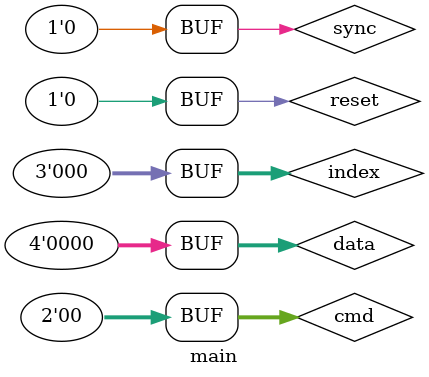
<source format=sv>
module rs_trigger (
    input wire r,
    input wire s,
    output wire q,
    output wire neg_q
);
    wire n1, n2;
    nor(q, neg_q, r);
    nor(neg_q, q, s);
endmodule

module sync_rs_trigger (
    input wire r,
    input wire sync,
    input wire s,
    output wire q,
    output wire neg_q
);
    wire new_r;
    and(new_r, r, sync);
    
    wire new_s;
    and(new_s, s, sync);

    rs_trigger rs_inst (.r(new_r), .s(new_s), .q(q), .neg_q(neg_q));
endmodule

module d_trigger (
    input wire d,
    input wire sync,
    output wire q
);
    wire not_d;
    
    not(not_d, d);

    wire neg_q;

    sync_rs_trigger sync_inst (.r(not_d), .sync(sync), .s(d), .q(q), .neg_q(neg_q));

endmodule

module d_2_bits_trigger (
    input wire reset,
    input wire sync,
    input wire [1:0] d,
    output wire [1:0] q
);
    
    wire new_sync;
    
    or(new_sync, reset, sync);

    wire not_reset;
    not(not_reset, reset);

    wire [1:0] extend_reset;
    
    assign extend_reset = {not_reset, not_reset};

    wire [1:0] new_d;

    and(new_d[0], d[0], extend_reset[0]);
    and(new_d[1], d[1], extend_reset[1]);


    d_trigger d0 (.d(new_d[0]), .sync(new_sync), .q(q[0]));
    
    d_trigger d1 (.d(new_d[1]), .sync(new_sync), .q(q[1]));

endmodule

module d_4_bits_trigger (
    input wire reset,
    input wire sync,
    input wire [3:0] d,
    output wire [3:0] q
);
    
    wire new_sync;
    
    or(new_sync, reset, sync);

    wire not_reset;
    not(not_reset, reset);

    wire [3:0] extend_reset;
    
    assign extend_reset = {not_reset, not_reset, not_reset, not_reset};

    wire [3:0] new_d;
    // and(new_d, extend_reset, d);
    and(new_d[0], d[0], extend_reset[0]);
    and(new_d[1], d[1], extend_reset[1]);
    and(new_d[2], d[2], extend_reset[2]);
    and(new_d[3], d[3], extend_reset[3]);


    d_trigger d0 (.d(new_d[0]), .sync(new_sync), .q(q[0]));
    
    d_trigger d1 (.d(new_d[1]), .sync(new_sync), .q(q[1]));
    
    d_trigger d2 (.d(new_d[2]), .sync(new_sync), .q(q[2]));

    d_trigger d3 (.d(new_d[3]), .sync(new_sync), .q(q[3]));

endmodule


module d_3_bits_trigger (
    input wire reset,
    input wire sync,
    input wire [2:0] d,
    output wire [2:0] q
);
    wire [3:0] extend_q;
    wire [3:0] extend_d = {1'b0, d[2], d[1], d[0]};
    d_4_bits_trigger trigger (
        .reset(reset),
        .sync(sync),
        .d(extend_d),
        .q(extend_q)
    );
    assign q[2:0] = {extend_q[2], extend_q[1], extend_q[0]};

endmodule


module dec_3_8 (
    input wire [2:0] a,
    output wire [7:0] q
);

    wire not_in0;
    wire not_in1;
    wire not_in2;
    not(not_in0, a[0]);
    not(not_in1, a[1]);
    not(not_in2, a[2]);

    and(q[0], not_in0, not_in1, not_in2);

    and(q[1], a[0], not_in1, not_in2);

    and(q[2], not_in0, a[1], not_in2);

    and(q[3], a[0], a[1], not_in2);

    and(q[4], not_in0, not_in01, a[2]);

    and(q[5], a[0], not_in01, a[2]);

    and(q[6], not_in0, a[1], a[2]);

    and(q[7], a[0], a[1], a[2]);

endmodule


module half_adder (
    input wire a,
    input wire b,
    output wire sum,
    output wire carry
);
    xor(sum, a, b);
    and(carry, a, b);
endmodule


module full_adder (
    input wire a,
    input wire b,
    input wire carry_in,
    output wire sum,
    output wire carry_out
);
    wire sum_half;
    wire carry_half1;
    wire carry_half2;

    half_adder HA1 (
        .a(a), 
        .b(b), 
        .sum(sum_half), 
        .carry(carry_half1)
    ); 
    half_adder HA2 (
        .a(sum_half), 
        .b(carry_in), 
        .sum(sum), 
        .carry(carry_half2)
    );
    or(carry_out, carry_half1, carry_half2);

endmodule


module three_bit_adder (
    input wire [2:0] a,
    input wire [2:0] b,
    output wire [3:0] s
);
    wire c1, c2;
    wire [2:0] sum;

    full_adder FA0 (
        .a(a[0]), 
        .b(b[0]), 
        .carry_in(1'b0), 
        .sum(sum[0]), 
        .carry_out(c1)
    );
    
    full_adder FA1 (
        .a(a[1]), 
        .b(b[1]), 
        .carry_in(c1), 
        .sum(sum[1]), 
        .carry_out(c2)
    );
    
    full_adder FA2 (
        .a(a[2]), 
        .b(b[2]), 
        .carry_in(c2), 
        .sum(sum[2]), 
        .carry_out(s[3])
    );

    assign s[2:0] = sum;

endmodule


module four_bit_adder (
    input wire [3:0] a,
    input wire [3:0] b,
    output wire [4:0] s
);
    wire c1, c2;
    wire [3:0] sum;

    three_bit_adder tba (
        .a({a[2], a[1], a[0]}), 
        .b({b[2], b[1], b[0]}), 
        .s(sum)
    );
    
    full_adder FA (
        .a(a[3]), 
        .b(b[3]), 
        .carry_in(sum[3]), 
        .sum(s[3]), 
        .carry_out(s[4])
    );

    assign s[2:0] = {sum[2], sum[1], sum[0]};

endmodule

// module mod5 (
//     input wire [3:0] a,
//     output wire [2:0] q
// );





// endmodule

module mod5 (
    input wire [3:0] a,   // 4-битный вход
    output wire [2:0] q    // 3-битный выход
);
    // always @(*) begin
    //     case (a)
    //         4'b0000: q = 3'b000; // 0 % 5 = 0
    //         4'b0001: q = 3'b001; // 1 % 5 = 1
    //         4'b0010: q = 3'b010; // 2 % 5 = 2
    //         4'b0011: q = 3'b011; // 3 % 5 = 3
    //         4'b0100: q = 3'b100; // 4 % 5 = 4
    //         4'b0101: q = 3'b000; // 5 % 5 = 0
    //         4'b0110: q = 3'b001; // 6 % 5 = 1
    //         4'b0111: q = 3'b010; // 7 % 5 = 2
    //         4'b1000: q = 3'b011; // 8 % 5 = 3
    //         4'b1001: q = 3'b100; // 9 % 5 = 4
    //         4'b1010: q = 3'b000; // 5 % 5 = 0
    //         4'b1011: q = 3'b001; // 6 % 5 = 1
    //         4'b1100: q = 3'b010; // 7 % 5 = 2
    //         4'b1101: q = 3'b011; // 8 % 5 = 3
    //         4'b1110: q = 3'b100; // 9 % 5 = 4
    //         4'b1111: q = 3'b000; // 9 % 5 = 0
    //     endcase
    // end

    assign q = {a[2], a[1], a[0]};
    

endmodule


module next_index (
    input wire [1:0] cmd,
    input wire sync,
    input wire [2:0] index,
    output wire [2:0] next_idx
);
    wire c0 = cmd[0];
    wire c1 = cmd[1];

    wire or_c0_c1;

    or(or_c0_c1, c0, c1);

    wire [3:0] cmd_val;

    and(cmd_val[0], or_c0_c1, c0);
    and(cmd_val[2], or_c0_c1, c1);

    assign cmd_val[1] = 1'b0;
    assign cmd_val[3] = 1'b0;

    wire [3:0] S;
    and(S[0], sync, cmd_val[0]);
    and(S[1], sync, cmd_val[1]);
    and(S[2], sync, cmd_val[2]);
    and(S[3], sync, cmd_val[3]);

    wire [2:0] S_mod_5;
    mod5 m1 (
        .a(S),
        .q(S_mod_5)
    );

    wire [3:0] extend_index;
    assign extend_index[3] = 1'b0;
    assign extend_index[2:0] = index;

    wire [2:0] index_mod_5;

    mod5 m0(
        .a(extend_index),
        .q(index_mod_5)
    );

    wire [3:0] sum;
    
    three_bit_adder tba (
        .a(index_mod_5),
        .b(S_mod_5),
        .s(sum)
    );

    mod5 m2 (
        .a(sum),
        .q(next_idx)
    );

endmodule



module current_index (
    input wire reset,
    input wire [1:0] cmd,
    input wire sync,
    output wire [2:0] q
);
    wire [2:0] next_idx;
    wire not_sync;

    not(not_sync, sync);

    wire [2:0] trigger1_out;

    d_3_bits_trigger trigger1 (
        .reset(reset),
        .sync(sync),
        .d(next_idx),
        .q(trigger1_out)
    );


    wire [2:0] trigger2_out;

    d_3_bits_trigger trigger2 (
        .reset(reset),
        .sync(not_sync),
        .d(trigger1_out),
        .q(trigger2_out)
    );


    next_index nxi (
        .cmd(cmd),
        .sync(sync),
        .index(trigger2_out),
        .next_idx(next_idx)
    );

    assign q = next_idx;


endmodule




module memory (
    input wire reset,
    input wire sync,
    input wire [1:0] cmd,
    input wire [2:0] index,
    input wire [3:0] data,
    output wire [3:0] q0,
    output wire [3:0] q1,
    output wire [3:0] q2,
    output wire [3:0] q3,
    output wire [3:0] q4,
    output wire [3:0] q
);

    wire c0 = cmd[0];
    wire c1 = cmd[1];

    wire not_c1;
    not(not_c1, c1);

    wire X;
    and(X, not_c1, c0);
    
    wire SYNC;
    and(SYNC, X, sync);

    wire [7:0] sync_extend;
    assign sync_extend[0] = SYNC;
    assign sync_extend[1] = SYNC;
    assign sync_extend[2] = SYNC;
    assign sync_extend[3] = SYNC;
    assign sync_extend[4] = SYNC;
    assign sync_extend[5] = SYNC;
    assign sync_extend[6] = SYNC;
    assign sync_extend[7] = SYNC;

    wire [7:0] idx_dec_8;

    dec_3_8 dec_3_8_1(
        .a(index),
        .q(idx_dec_8)
    );

    wire [7:0] data_sync;

    and(data_sync[0], sync_extend[0], idx_dec_8[0]);
    and(data_sync[1], sync_extend[1], idx_dec_8[1]);
    and(data_sync[2], sync_extend[2], idx_dec_8[2]);
    and(data_sync[3], sync_extend[3], idx_dec_8[3]);
    and(data_sync[4], sync_extend[4], idx_dec_8[4]);
    and(data_sync[5], sync_extend[5], idx_dec_8[5]);
    and(data_sync[6], sync_extend[6], idx_dec_8[6]);
    and(data_sync[7], sync_extend[7], idx_dec_8[7]);


    wire [3:0] data_0;

    d_4_bits_trigger trigger0 (
        .reset(reset),
        .sync(data_sync[0]),
        .d(data),
        .q(q0)
    );


    d_4_bits_trigger trigger1 (
        .reset(reset),
        .sync(data_sync[1]),
        .d(data),
        .q(q1)
    );


    d_4_bits_trigger trigger2 (
        .reset(reset),
        .sync(data_sync[2]),
        .d(data),
        .q(q2)
    );

    d_4_bits_trigger trigger3 (
        .reset(reset),
        .sync(data_sync[3]),
        .d(data),
        .q(q3)
    );

    d_4_bits_trigger trigger4 (
        .reset(reset),
        .sync(data_sync[4]),
        .d(data),
        .q(q4)
    );

    wire [3:0] extend_idx_0 = {idx_dec_8[0], idx_dec_8[0], idx_dec_8[0], idx_dec_8[0]};
    wire [3:0] extend_idx_1 = {idx_dec_8[1], idx_dec_8[1], idx_dec_8[1], idx_dec_8[1]};
    wire [3:0] extend_idx_2 = {idx_dec_8[2], idx_dec_8[2], idx_dec_8[2], idx_dec_8[2]};
    wire [3:0] extend_idx_3 = {idx_dec_8[3], idx_dec_8[3], idx_dec_8[3], idx_dec_8[3]};
    wire [3:0] extend_idx_4 = {idx_dec_8[4], idx_dec_8[4], idx_dec_8[4], idx_dec_8[4]};

    wire Q0; and(Q0, q0, extend_idx_0);
    wire Q1; and(Q1, q1, extend_idx_1);
    wire Q2; and(Q2, q2, extend_idx_2);
    wire Q3; and(Q3, q3, extend_idx_3);
    wire Q4; and(Q4, q4, extend_idx_4);

    assign q = Q0 | Q1 | Q2 | Q3 | Q4;


endmodule

module shift_index (
    input wire [1:0] cmd,
    input wire sync,
    input wire [2:0] curr_index,
    input wire [2:0] index,
    output wire [2:0] q
);
    wire c0 = cmd[0];
    wire c1 = cmd[1];

    wire c0_c1_and;
    and(c0_c1_and, c0, c1);

    wire c0_c1_xor;
    xor(c0_c1_xor, c0, c1);

    wire [1:0] cmd_to_next_idx = 2'b00;

    and(cmd_to_next_idx[0], c1, c0_c1_xor);

    wire [2:0] next_idx;

    next_index ni(
        .cmd(cmd_to_next_idx),
        .sync(sync),
        .index(curr_index),
        .next_idx(next_idx)
    );

    wire sync_cmd_and;
    and(sync_cmd_and, c0, c1, sync);

    wire [2:0] extend_sync_cmd_and = {sync_cmd_and, sync_cmd_and, sync_cmd_and};

    wire [2:0] shift_idx;
    assign shift_idx = index & extend_sync_cmd_and;

    wire [3:0] sum;

    three_bit_adder tba(
        .a(next_idx),
        .b(shift_idx),
        .s(sum)
    );

    mod5 m5(
        .a(sum),
        .q(q)
    );

    
endmodule


module my_stack (
    input wire reset,
    input wire [1:0] cmd,
    input wire sync,
    input wire [2:0] index,
    input wire [3:0] data,
    output wire [3:0] d0,
    output wire [3:0] d1,
    output wire [3:0] d2,
    output wire [3:0] d3,
    output wire [3:0] d4,
    output wire [3:0] d
);

    wire [3:0] slow_data;

    d_4_bits_trigger d_4_trigger (
        .reset(reset),
        .sync(sync),
        .d(data),
        .q(slow_data)
    );

    wire [1:0] slow_cmd;

    d_2_bits_trigger d_2_trigger (
        .reset(reset),
        .sync(sync),
        .d(cmd),
        .q(slow_cmd)
    );

    wire [2:0] idx;
    current_index curr_idx (
        .reset(reset),
        .cmd(slow_cmd),
        .sync(sync),
        .q(idx)
    );

    wire [2:0] idx_with_shift;

    shift_index shift_idx(
        .cmd(cmd),
        .sync(sync),
        .curr_index(idx),
        .index(index),
        .q(idx_with_shift)
    );

    wire [2:0] idx_to_mem;

    d_3_bits_trigger d_3_trigger(
        .reset(reset),
        .sync(sync),
        .d(idx_with_shift),
        .q(idx_to_mem)
    );

    wire not_sync;
    not(not_sync, sync);

    memory mem(
        .reset(reset),
        .sync(not_sync),
        .cmd(cmd),
        .index(idx_to_mem),
        .data(slow_data),
        .q0(d4),
        .q1(d0),
        .q2(d1),
        .q3(d2),
        .q4(d3),
        .q(d)
    );

endmodule


module main;
    reg reset = 1'b0;
    reg [1:0] cmd = 2'b00;
    reg sync = 1'b0;
    reg [2:0] index = 3'b000;
    reg [3:0] data = 4'b000;


    wire [3:0] d0;
    wire [3:0] d1;
    wire [3:0] d2;
    wire [3:0] d3;
    wire [3:0] d4;
    wire [3:0] d;

    my_stack st (
        .reset(reset),
        .cmd(cmd),
        .sync(sync),
        .index(index),
        .data(data),
        .d0(d0),
        .d1(d1),
        .d2(d2),
        .d3(d3),
        .d4(d4),
        .d(d)
    );

    initial begin
        reset = 1;
        #100; reset = 0;
        #100; cmd = 2'b01;
        #100; data = 4'b0001;
        #100; sync = 1'b1;
        #100; sync = 2'b0;
    end

    initial begin
        // $display("time\t reset \t sync \t cmd \t d0 \t d1 \t d2 \t d3 \t d4 \t d");
    end
    
    always @(*) #1 $display("main t %0t \t r %b \t s %b \t c %d \t d0 %d \t d1 %d \t d2 %d \t d3 %d \t d4 %d \t d %d", $time, reset, sync, cmd, d0, d1, d2, d3, d4, d);

endmodule
</source>
